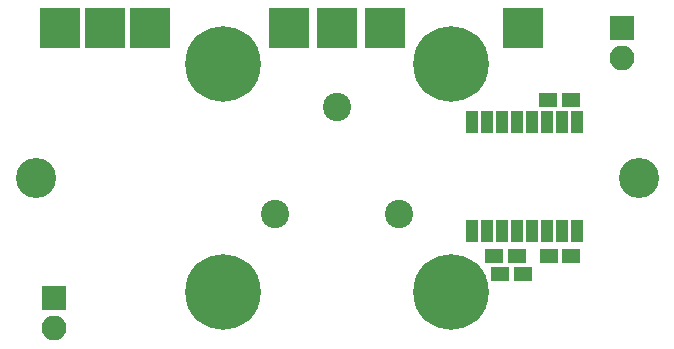
<source format=gbs>
G04 #@! TF.FileFunction,Soldermask,Bot*
%FSLAX46Y46*%
G04 Gerber Fmt 4.6, Leading zero omitted, Abs format (unit mm)*
G04 Created by KiCad (PCBNEW 4.0.6) date 08/03/17 08:27:11*
%MOMM*%
%LPD*%
G01*
G04 APERTURE LIST*
%ADD10C,0.100000*%
%ADD11C,2.400000*%
%ADD12C,3.400000*%
%ADD13C,6.400000*%
%ADD14R,1.600000X1.150000*%
%ADD15R,1.000000X1.900000*%
%ADD16R,2.100000X2.100000*%
%ADD17O,2.100000X2.100000*%
%ADD18R,3.400000X3.400000*%
G04 APERTURE END LIST*
D10*
D11*
X49934000Y-27020000D03*
X55184000Y-36120000D03*
X44684000Y-36120000D03*
D12*
X75434000Y-33080000D03*
D13*
X40284000Y-42730000D03*
X59584000Y-42730000D03*
X40284000Y-23430000D03*
X59584000Y-23430000D03*
D14*
X67846000Y-39684000D03*
X69746000Y-39684000D03*
X63716000Y-41208000D03*
X65616000Y-41208000D03*
X67780000Y-26476000D03*
X69680000Y-26476000D03*
X63208000Y-39684000D03*
X65108000Y-39684000D03*
D15*
X61364000Y-28280000D03*
X62634000Y-28280000D03*
X63904000Y-28280000D03*
X65174000Y-28280000D03*
X66444000Y-28280000D03*
X67714000Y-28280000D03*
X68984000Y-28280000D03*
X70254000Y-28280000D03*
X70254000Y-37580000D03*
X68984000Y-37580000D03*
X67714000Y-37580000D03*
X66444000Y-37580000D03*
X65174000Y-37580000D03*
X63904000Y-37580000D03*
X62634000Y-37580000D03*
X61364000Y-37580000D03*
D16*
X25934000Y-43240000D03*
D17*
X25934000Y-45780000D03*
D16*
X74064000Y-20380000D03*
D17*
X74064000Y-22920000D03*
D12*
X24434000Y-33080000D03*
D18*
X65682000Y-20380000D03*
X53998000Y-20380000D03*
X49934000Y-20380000D03*
X45870000Y-20380000D03*
X34059000Y-20380000D03*
X26439000Y-20380000D03*
X30249000Y-20380000D03*
M02*

</source>
